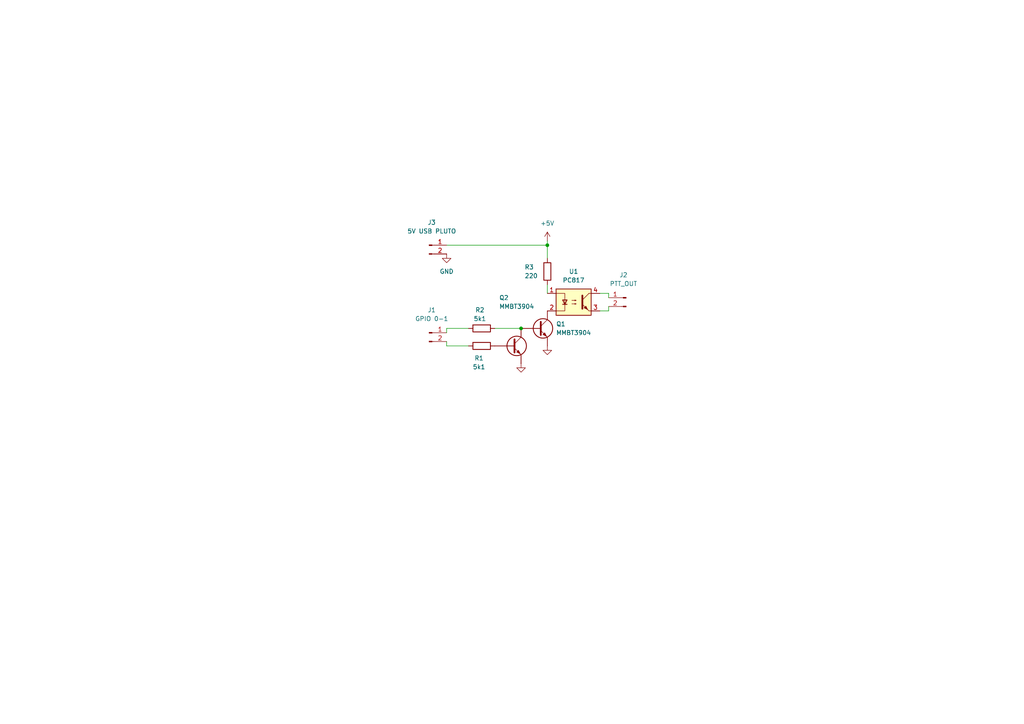
<source format=kicad_sch>
(kicad_sch (version 20231120) (generator "eeschema") (generator_version "8.0")
  (paper "A4")
  (lib_symbols
    (symbol "Connector:Conn_01x02_Pin" (pin_names (offset 1.016) hide)
      (property "Reference" "J" (at 0 2.54 0))
      (property "Value" "Conn_01x02_Pin" (at 0 -5.08 0))
      (symbol "Conn_01x02_Pin_1_1"
        (polyline (pts (xy 1.27 -2.54) (xy 0.8636 -2.54)) (stroke (width 0.1524)))
        (polyline (pts (xy 1.27 0) (xy 0.8636 0)) (stroke (width 0.1524)))
        (rectangle (start 0.8636 -2.413) (end 0 -2.667) (stroke (width 0.1524)) (fill (type outline)))
        (rectangle (start 0.8636 0.127) (end 0 -0.127) (stroke (width 0.1524)) (fill (type outline)))
        (pin passive line (at 5.08 0 180) (length 3.81) (name "Pin_1") (number "1"))
        (pin passive line (at 5.08 -2.54 180) (length 3.81) (name "Pin_2") (number "2"))
      )
    )
    (symbol "Device:R" (pin_numbers hide) (pin_names (offset 0))
      (property "Reference" "R" (at 2.032 0 90))
      (property "Value" "R" (at 0 0 90))
      (symbol "R_0_1"
        (rectangle (start -1.016 -2.54) (end 1.016 2.54) (stroke (width 0.254)))
      )
      (symbol "R_1_1"
        (pin passive line (at 0 3.81 270) (length 1.27) (name "~") (number "1"))
        (pin passive line (at 0 -3.81 90) (length 1.27) (name "~") (number "2"))
      )
    )
    (symbol "Isolator:PC817" (pin_names (offset 1.016))
      (property "Reference" "U" (at -5.08 5.08 0))
      (property "Value" "PC817" (at 0 5.08 0))
      (symbol "PC817_0_1"
        (rectangle (start -5.08 3.81) (end 5.08 -3.81) (stroke (width 0.254)) (fill (type background)))
        (polyline (pts (xy -3.175 -0.635) (xy -1.905 -0.635)) (stroke (width 0.254)))
        (polyline (pts (xy 2.54 0.635) (xy 4.445 2.54)))
        (polyline (pts (xy 4.445 -2.54) (xy 2.54 -0.635)) (fill (type outline)))
        (polyline (pts (xy 4.445 -2.54) (xy 5.08 -2.54)))
        (polyline (pts (xy 4.445 2.54) (xy 5.08 2.54)))
        (polyline (pts (xy -5.08 2.54) (xy -2.54 2.54) (xy -2.54 -0.635)))
        (polyline (pts (xy -2.54 -0.635) (xy -2.54 -2.54) (xy -5.08 -2.54)))
        (polyline (pts (xy 2.54 1.905) (xy 2.54 -1.905) (xy 2.54 -1.905)) (stroke (width 0.508)))
        (polyline (pts (xy -2.54 -0.635) (xy -3.175 0.635) (xy -1.905 0.635) (xy -2.54 -0.635)) (stroke (width 0.254)))
        (polyline (pts (xy -0.508 -0.508) (xy 0.762 -0.508) (xy 0.381 -0.635) (xy 0.381 -0.381) (xy 0.762 -0.508)))
        (polyline (pts (xy -0.508 0.508) (xy 0.762 0.508) (xy 0.381 0.381) (xy 0.381 0.635) (xy 0.762 0.508)))
        (polyline (pts (xy 3.048 -1.651) (xy 3.556 -1.143) (xy 4.064 -2.159) (xy 3.048 -1.651) (xy 3.048 -1.651)) (fill (type outline)))
      )
      (symbol "PC817_1_1"
        (pin passive line (at -7.62 2.54 0) (length 2.54) (name "~") (number "1"))
        (pin passive line (at -7.62 -2.54 0) (length 2.54) (name "~") (number "2"))
        (pin passive line (at 7.62 -2.54 180) (length 2.54) (name "~") (number "3"))
        (pin passive line (at 7.62 2.54 180) (length 2.54) (name "~") (number "4"))
      )
    )
    (symbol "MMBT3904_1" (pin_numbers hide) (pin_names (offset 0) hide)
      (property "Reference" "Q" (at 5.08 1.905 0))
      (property "Value" "MMBT3904" (at 5.08 0 0))
      (symbol "MMBT3904_1_0_1"
        (polyline (pts (xy 0.635 0.635) (xy 2.54 2.54)))
        (polyline (pts (xy 0.635 -0.635) (xy 2.54 -2.54) (xy 2.54 -2.54)))
        (polyline (pts (xy 0.635 1.905) (xy 0.635 -1.905) (xy 0.635 -1.905)) (stroke (width 0.508)))
        (polyline (pts (xy 1.27 -1.778) (xy 1.778 -1.27) (xy 2.286 -2.286) (xy 1.27 -1.778) (xy 1.27 -1.778)) (fill (type outline)))
        (circle (center 1.27 0) (radius 2.8194) (stroke (width 0.254)))
      )
      (symbol "MMBT3904_1_1_1"
        (pin input line (at -5.08 0 0) (length 5.715) (name "B") (number "1"))
        (pin passive line (at 2.54 -5.08 90) (length 2.54) (name "E") (number "2"))
        (pin passive line (at 2.54 5.08 270) (length 2.54) (name "C") (number "3"))
      )
    )
    (symbol "Transistor_BJT:MMBT3904" (pin_numbers hide) (pin_names (offset 0) hide)
      (property "Reference" "Q" (at 5.08 1.905 0))
      (property "Value" "MMBT3904" (at 5.08 0 0))
      (symbol "MMBT3904_0_1"
        (polyline (pts (xy 0.635 0.635) (xy 2.54 2.54)))
        (polyline (pts (xy 0.635 -0.635) (xy 2.54 -2.54) (xy 2.54 -2.54)))
        (polyline (pts (xy 0.635 1.905) (xy 0.635 -1.905) (xy 0.635 -1.905)) (stroke (width 0.508)))
        (polyline (pts (xy 1.27 -1.778) (xy 1.778 -1.27) (xy 2.286 -2.286) (xy 1.27 -1.778) (xy 1.27 -1.778)) (fill (type outline)))
        (circle (center 1.27 0) (radius 2.8194) (stroke (width 0.254)))
      )
      (symbol "MMBT3904_1_1"
        (pin input line (at -5.08 0 0) (length 5.715) (name "B") (number "1"))
        (pin passive line (at 2.54 -5.08 90) (length 2.54) (name "E") (number "2"))
        (pin passive line (at 2.54 5.08 270) (length 2.54) (name "C") (number "3"))
      )
    )
    (symbol "power:+5V" (power) (pin_numbers hide) (pin_names (offset 0) hide)
      (property "Value" "+5V" (at 0 3.556 0))
      (symbol "+5V_0_1"
        (polyline (pts (xy -0.762 1.27) (xy 0 2.54)))
        (polyline (pts (xy 0 0) (xy 0 2.54)))
        (polyline (pts (xy 0 2.54) (xy 0.762 1.27)))
      )
      (symbol "+5V_1_1"
        (pin power_in line (at 0 0 90) (length 0) (name "~") (number "1"))
      )
    )
    (symbol "power:GND" (power) (pin_numbers hide) (pin_names (offset 0) hide)
      (property "Value" "GND" (at 0 -3.81 0))
      (symbol "GND_0_1"
        (polyline (pts (xy 0 0) (xy 0 -1.27) (xy 1.27 -1.27) (xy 0 -2.54) (xy -1.27 -1.27) (xy 0 -1.27)))
      )
      (symbol "GND_1_1"
        (pin power_in line (at 0 0 270) (length 0) (name "~") (number "1"))
      )
    )
  )
  (junction (at 158.75 71.12))
  (junction (at 151.13 95.25))
  (wire (pts (xy 158.75 71.12) (xy 158.75 74.93)))
  (wire (pts (xy 158.75 82.55) (xy 158.75 85.09)))
  (wire (pts (xy 176.53 88.9) (xy 176.53 90.17)))
  (wire (pts (xy 176.53 86.36) (xy 176.53 85.09)))
  (wire (pts (xy 158.75 69.85) (xy 158.75 71.12)))
  (wire (pts (xy 129.54 100.33) (xy 135.89 100.33)))
  (wire (pts (xy 143.51 95.25) (xy 151.13 95.25)))
  (wire (pts (xy 129.54 96.52) (xy 129.54 95.25)))
  (wire (pts (xy 129.54 71.12) (xy 158.75 71.12)))
  (wire (pts (xy 173.99 90.17) (xy 176.53 90.17)))
  (wire (pts (xy 176.53 85.09) (xy 173.99 85.09)))
  (wire (pts (xy 129.54 100.33) (xy 129.54 99.06)))
  (wire (pts (xy 129.54 95.25) (xy 135.89 95.25)))
  (symbol (lib_id "power:+5V") (at 158.75 69.85 0) (unit 1)
    (property "Reference" "#PWR01" (effects (hide yes)))
    (property "Value" "+5V" (at 158.75 64.77 0))
    (property "Description" "Power symbol creates a global label with name \"+5V\"" (effects (hide yes)))
  )
  (symbol (lib_id "power:GND") (at 158.75 100.33 0) (unit 1)
    (property "Reference" "#PWR03" (effects (hide yes)))
    (property "Value" "GND" (effects (hide yes)))
    (property "Description" "Power symbol creates a global label with name \"GND\" , ground" (effects (hide yes)))
  )
  (symbol (lib_name "MMBT3904_1") (lib_id "Transistor_BJT:MMBT3904") (at 148.59 100.33 0) (unit 1)
    (property "Reference" "Q2" (at 144.78 86.36 0) (effects (justify left)))
    (property "Value" "MMBT3904" (at 144.78 88.9 0) (effects (justify left)))
    (property "Footprint" "Package_TO_SOT_SMD:SOT-23" (effects (hide yes)))
    (property "Datasheet" "https://www.onsemi.com/pdf/datasheet/pzt3904-d.pdf" (effects (hide yes)))
    (property "Description" "0.2A Ic, 40V Vce, Small Signal NPN Transistor, SOT-23" (effects (hide yes)))
  )
  (symbol (lib_id "Device:R") (at 139.7 95.25 90) (unit 1)
    (property "Reference" "R2" (at 139.192 89.916 90))
    (property "Value" "5k1" (at 139.192 92.456 90))
    (property "Description" "Resistor" (effects (hide yes)))
  )
  (symbol (lib_id "Connector:Conn_01x02_Pin") (at 181.61 86.36 0) (mirror y) (unit 1)
    (property "Reference" "J2" (at 180.848 79.756 0))
    (property "Value" "PTT_OUT" (at 180.848 82.296 0))
    (property "Description" "Generic connector, single row, 01x02, script generated" (effects (hide yes)))
  )
  (symbol (lib_id "Transistor_BJT:MMBT3904") (at 156.21 95.25 0) (unit 1)
    (property "Reference" "Q1" (at 161.29 93.9799 0) (effects (justify left)))
    (property "Value" "MMBT3904" (at 161.29 96.5199 0) (effects (justify left)))
    (property "Footprint" "Package_TO_SOT_SMD:SOT-23" (effects (hide yes)))
    (property "Datasheet" "https://www.onsemi.com/pdf/datasheet/pzt3904-d.pdf" (effects (hide yes)))
    (property "Description" "0.2A Ic, 40V Vce, Small Signal NPN Transistor, SOT-23" (effects (hide yes)))
  )
  (symbol (lib_id "Connector:Conn_01x02_Pin") (at 124.46 96.52 0) (unit 1)
    (property "Reference" "J1" (at 125.222 89.916 0))
    (property "Value" "GPIO 0-1" (at 125.222 92.456 0))
    (property "Description" "Generic connector, single row, 01x02, script generated" (effects (hide yes)))
  )
  (symbol (lib_id "Isolator:PC817") (at 166.37 87.63 0) (unit 1)
    (property "Reference" "U1" (at 166.37 78.74 0))
    (property "Value" "PC817" (at 166.37 81.28 0))
    (property "Footprint" "Package_DIP:DIP-4_W7.62mm" (effects (hide yes)))
    (property "Datasheet" "http://www.soselectronic.cz/a_info/resource/d/pc817.pdf" (effects (hide yes)))
    (property "Description" "DC Optocoupler, Vce 35V, CTR 50-300%, DIP-4" (effects (hide yes)))
  )
  (symbol (lib_id "Device:R") (at 139.7 100.33 90) (unit 1)
    (property "Reference" "R1" (at 138.938 103.886 90))
    (property "Value" "5k1" (at 138.938 106.426 90))
    (property "Description" "Resistor" (effects (hide yes)))
  )
  (symbol (lib_id "Connector:Conn_01x02_Pin") (at 124.46 71.12 0) (unit 1)
    (property "Reference" "J3" (at 125.222 64.516 0))
    (property "Value" "5V USB PLUTO" (at 125.222 67.056 0))
    (property "Description" "Generic connector, single row, 01x02, script generated" (effects (hide yes)))
  )
  (symbol (lib_id "power:GND") (at 151.13 105.41 0) (unit 1)
    (property "Reference" "#PWR02" (effects (hide yes)))
    (property "Value" "GND" (effects (hide yes)))
    (property "Description" "Power symbol creates a global label with name \"GND\" , ground" (effects (hide yes)))
  )
  (symbol (lib_id "power:GND") (at 129.54 73.66 0) (unit 1)
    (property "Reference" "#PWR04" (effects (hide yes)))
    (property "Value" "GND" (at 129.54 78.74 0))
    (property "Description" "Power symbol creates a global label with name \"GND\" , ground" (effects (hide yes)))
  )
  (symbol (lib_id "Device:R") (at 158.75 78.74 0) (unit 1)
    (property "Reference" "R3" (at 152.146 77.47 0) (effects (justify left)))
    (property "Value" "220" (at 152.146 80.01 0) (effects (justify left)))
    (property "Description" "Resistor" (effects (hide yes)))
  )
)
</source>
